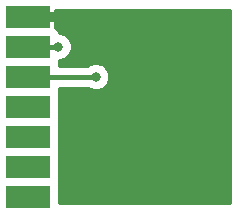
<source format=gbl>
G75*
%MOIN*%
%OFA0B0*%
%FSLAX25Y25*%
%IPPOS*%
%LPD*%
%AMOC8*
5,1,8,0,0,1.08239X$1,22.5*
%
%ADD10R,0.15000X0.07600*%
%ADD11C,0.01600*%
%ADD12C,0.03175*%
D10*
X0020500Y0006800D03*
X0020500Y0016800D03*
X0020500Y0026800D03*
X0020500Y0036800D03*
X0020500Y0046800D03*
X0020500Y0056800D03*
X0020500Y0066800D03*
D11*
X0021300Y0067339D02*
X0087300Y0067339D01*
X0087300Y0068600D02*
X0029800Y0068600D01*
X0029800Y0067600D01*
X0021300Y0067600D01*
X0021300Y0066000D01*
X0029800Y0066000D01*
X0029800Y0063318D01*
X0029813Y0063313D01*
X0030713Y0062413D01*
X0031055Y0061587D01*
X0031452Y0061587D01*
X0033212Y0060859D01*
X0034559Y0059512D01*
X0035287Y0057752D01*
X0035287Y0055848D01*
X0034559Y0054088D01*
X0033212Y0052741D01*
X0031452Y0052013D01*
X0031055Y0052013D01*
X0030967Y0051800D01*
X0031200Y0051237D01*
X0031200Y0050800D01*
X0040230Y0050800D01*
X0040288Y0050859D01*
X0042048Y0051587D01*
X0043952Y0051587D01*
X0045712Y0050859D01*
X0047059Y0049512D01*
X0047787Y0047752D01*
X0047787Y0045848D01*
X0047059Y0044088D01*
X0045712Y0042741D01*
X0043952Y0042013D01*
X0042048Y0042013D01*
X0040288Y0042741D01*
X0040230Y0042800D01*
X0031200Y0042800D01*
X0031200Y0042363D01*
X0030967Y0041800D01*
X0031200Y0041237D01*
X0031200Y0032363D01*
X0030967Y0031800D01*
X0031200Y0031237D01*
X0031200Y0022363D01*
X0030967Y0021800D01*
X0031200Y0021237D01*
X0031200Y0012363D01*
X0030967Y0011800D01*
X0031200Y0011237D01*
X0031200Y0005000D01*
X0087300Y0005000D01*
X0087300Y0068600D01*
X0087300Y0065740D02*
X0029800Y0065740D01*
X0029800Y0064142D02*
X0087300Y0064142D01*
X0087300Y0062543D02*
X0030582Y0062543D01*
X0033003Y0060945D02*
X0087300Y0060945D01*
X0087300Y0059346D02*
X0034627Y0059346D01*
X0035287Y0057748D02*
X0087300Y0057748D01*
X0087300Y0056149D02*
X0035287Y0056149D01*
X0034750Y0054551D02*
X0087300Y0054551D01*
X0087300Y0052952D02*
X0033423Y0052952D01*
X0031151Y0051354D02*
X0041484Y0051354D01*
X0044516Y0051354D02*
X0087300Y0051354D01*
X0087300Y0049755D02*
X0046815Y0049755D01*
X0047620Y0048157D02*
X0087300Y0048157D01*
X0087300Y0046558D02*
X0047787Y0046558D01*
X0047420Y0044960D02*
X0087300Y0044960D01*
X0087300Y0043361D02*
X0046332Y0043361D01*
X0043000Y0046800D02*
X0020500Y0046800D01*
X0030982Y0041763D02*
X0087300Y0041763D01*
X0087300Y0040164D02*
X0031200Y0040164D01*
X0031200Y0038566D02*
X0087300Y0038566D01*
X0087300Y0036967D02*
X0031200Y0036967D01*
X0031200Y0035369D02*
X0087300Y0035369D01*
X0087300Y0033770D02*
X0031200Y0033770D01*
X0031121Y0032172D02*
X0087300Y0032172D01*
X0087300Y0030573D02*
X0031200Y0030573D01*
X0031200Y0028975D02*
X0087300Y0028975D01*
X0087300Y0027376D02*
X0031200Y0027376D01*
X0031200Y0025778D02*
X0087300Y0025778D01*
X0087300Y0024179D02*
X0031200Y0024179D01*
X0031200Y0022581D02*
X0087300Y0022581D01*
X0087300Y0020982D02*
X0031200Y0020982D01*
X0031200Y0019384D02*
X0087300Y0019384D01*
X0087300Y0017785D02*
X0031200Y0017785D01*
X0031200Y0016187D02*
X0087300Y0016187D01*
X0087300Y0014588D02*
X0031200Y0014588D01*
X0031200Y0012990D02*
X0087300Y0012990D01*
X0087300Y0011391D02*
X0031136Y0011391D01*
X0031200Y0009793D02*
X0087300Y0009793D01*
X0087300Y0008194D02*
X0031200Y0008194D01*
X0031200Y0006596D02*
X0087300Y0006596D01*
X0030500Y0056800D02*
X0020500Y0056800D01*
D12*
X0030500Y0056800D03*
X0043000Y0046800D03*
X0058000Y0066800D03*
X0070500Y0036800D03*
X0075500Y0036800D03*
X0083000Y0029800D03*
X0073000Y0026800D03*
M02*

</source>
